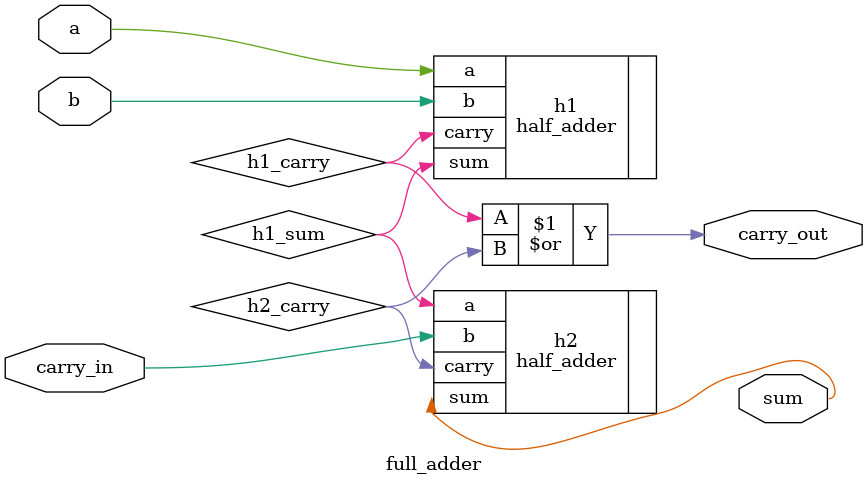
<source format=sv>
/* Structural method using the half adder made. */

module full_adder(
    input a, b, carry_in,
    output sum, carry_out
);
    wire h1_sum, h1_carry, h2_sum, h2_carry;
    half_adder h1(.a(a), .b(b), .sum(h1_sum), .carry(h1_carry));
    half_adder h2(.a(h1_sum), .b(carry_in), .sum(sum), .carry(h2_carry));
    or(carry_out, h1_carry, h2_carry);
endmodule: full_adder


/* End of file. */

</source>
